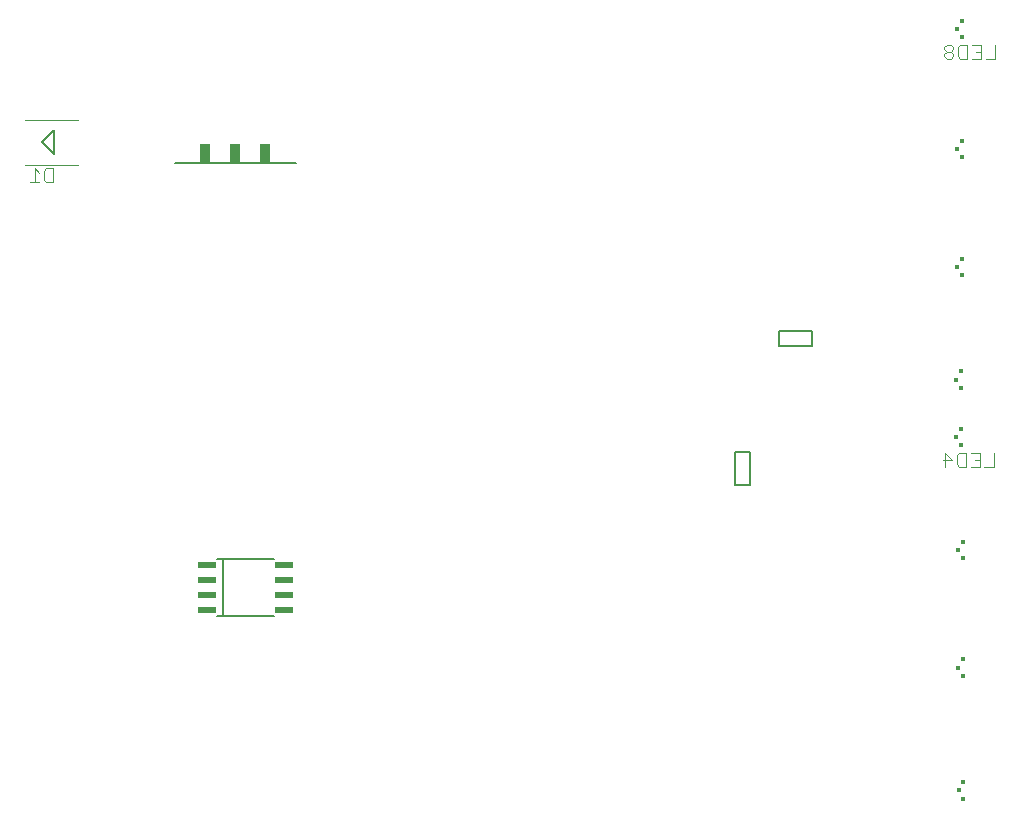
<source format=gbr>
G04 EAGLE Gerber RS-274X export*
G75*
%MOMM*%
%FSLAX34Y34*%
%LPD*%
%INSilkscreen Bottom*%
%IPPOS*%
%AMOC8*
5,1,8,0,0,1.08239X$1,22.5*%
G01*
%ADD10C,0.203200*%
%ADD11R,0.965200X1.676400*%
%ADD12C,0.101600*%
%ADD13R,0.425000X0.325000*%
%ADD14R,0.350000X0.350000*%
%ADD15C,0.152400*%
%ADD16R,1.519900X0.490200*%


D10*
X274008Y637672D02*
X172128Y637672D01*
D11*
X223068Y645194D03*
X197668Y645194D03*
X248468Y645194D03*
D12*
X90014Y636278D02*
X44802Y636278D01*
X44802Y674378D02*
X90014Y674378D01*
D10*
X69338Y645328D02*
X59108Y655328D01*
X69338Y665328D01*
X69338Y645328D01*
D12*
X68698Y633240D02*
X68698Y621546D01*
X62851Y621546D01*
X60902Y623495D01*
X60902Y631291D01*
X62851Y633240D01*
X68698Y633240D01*
X57004Y629342D02*
X53106Y633240D01*
X53106Y621546D01*
X57004Y621546D02*
X49208Y621546D01*
D13*
X839337Y99653D03*
X839337Y113403D03*
D14*
X835462Y106528D03*
D13*
X839097Y203653D03*
X839097Y217403D03*
D14*
X835222Y210528D03*
D13*
X839097Y303221D03*
X839097Y316971D03*
D14*
X835222Y310096D03*
D13*
X837065Y398725D03*
X837065Y412475D03*
D14*
X833190Y405600D03*
D12*
X865008Y392402D02*
X865008Y380708D01*
X857212Y380708D01*
X853314Y392402D02*
X845518Y392402D01*
X853314Y392402D02*
X853314Y380708D01*
X845518Y380708D01*
X849416Y386555D02*
X853314Y386555D01*
X841620Y392402D02*
X841620Y380708D01*
X835773Y380708D01*
X833824Y382657D01*
X833824Y390453D01*
X835773Y392402D01*
X841620Y392402D01*
X824079Y392402D02*
X824079Y380708D01*
X829926Y386555D02*
X824079Y392402D01*
X822130Y386555D02*
X829926Y386555D01*
D13*
X837065Y447493D03*
X837065Y461243D03*
D14*
X833190Y454368D03*
D13*
X838089Y542997D03*
X838089Y556747D03*
D14*
X834214Y549872D03*
D13*
X838089Y642565D03*
X838089Y656315D03*
D14*
X834214Y649440D03*
D13*
X838089Y744165D03*
X838089Y757915D03*
D14*
X834214Y751040D03*
D12*
X866032Y737842D02*
X866032Y726148D01*
X858236Y726148D01*
X854338Y737842D02*
X846542Y737842D01*
X854338Y737842D02*
X854338Y726148D01*
X846542Y726148D01*
X850440Y731995D02*
X854338Y731995D01*
X842644Y737842D02*
X842644Y726148D01*
X836797Y726148D01*
X834848Y728097D01*
X834848Y735893D01*
X836797Y737842D01*
X842644Y737842D01*
X830950Y735893D02*
X829001Y737842D01*
X825103Y737842D01*
X823154Y735893D01*
X823154Y733944D01*
X825103Y731995D01*
X823154Y730046D01*
X823154Y728097D01*
X825103Y726148D01*
X829001Y726148D01*
X830950Y728097D01*
X830950Y730046D01*
X829001Y731995D01*
X830950Y733944D01*
X830950Y735893D01*
X829001Y731995D02*
X825103Y731995D01*
D15*
X682952Y495780D02*
X682952Y482572D01*
X711400Y482572D01*
X711400Y495780D01*
X682952Y495780D01*
X658876Y393192D02*
X645668Y393192D01*
X645668Y364744D01*
X658876Y364744D01*
X658876Y393192D01*
D10*
X255948Y302384D02*
X212348Y302384D01*
X207348Y302384D01*
X207348Y254384D02*
X212348Y254384D01*
X255948Y254384D01*
X212348Y254384D02*
X212348Y302384D01*
D16*
X198748Y259334D03*
X198748Y272034D03*
X198748Y284734D03*
X198748Y297434D03*
X264549Y297434D03*
X264549Y284734D03*
X264549Y272034D03*
X264549Y259334D03*
M02*

</source>
